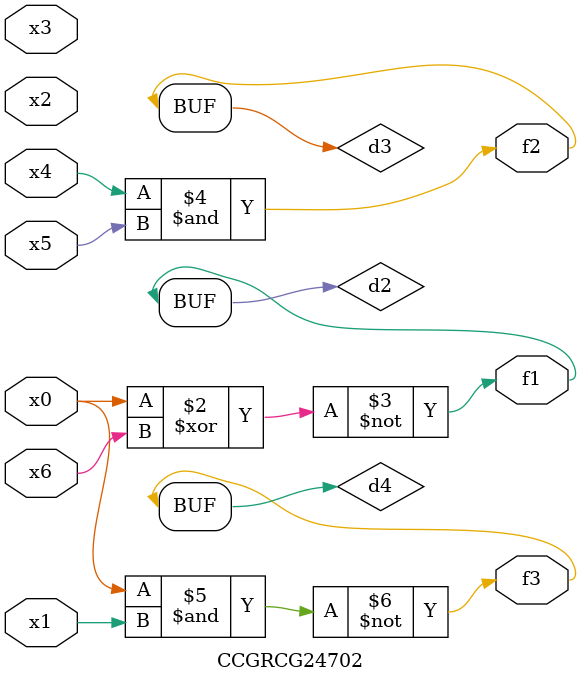
<source format=v>
module CCGRCG24702(
	input x0, x1, x2, x3, x4, x5, x6,
	output f1, f2, f3
);

	wire d1, d2, d3, d4;

	nor (d1, x0);
	xnor (d2, x0, x6);
	and (d3, x4, x5);
	nand (d4, x0, x1);
	assign f1 = d2;
	assign f2 = d3;
	assign f3 = d4;
endmodule

</source>
